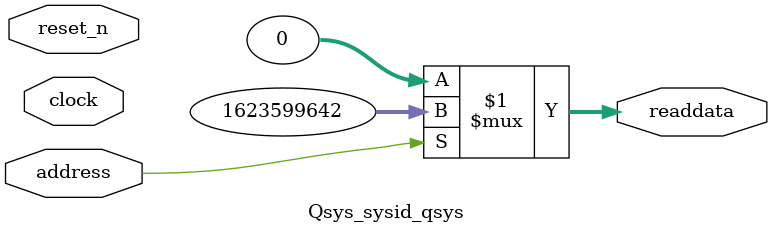
<source format=v>



// synthesis translate_off
`timescale 1ns / 1ps
// synthesis translate_on

// turn off superfluous verilog processor warnings 
// altera message_level Level1 
// altera message_off 10034 10035 10036 10037 10230 10240 10030 

module Qsys_sysid_qsys (
               // inputs:
                address,
                clock,
                reset_n,

               // outputs:
                readdata
             )
;

  output  [ 31: 0] readdata;
  input            address;
  input            clock;
  input            reset_n;

  wire    [ 31: 0] readdata;
  //control_slave, which is an e_avalon_slave
  assign readdata = address ? 1623599642 : 0;

endmodule



</source>
